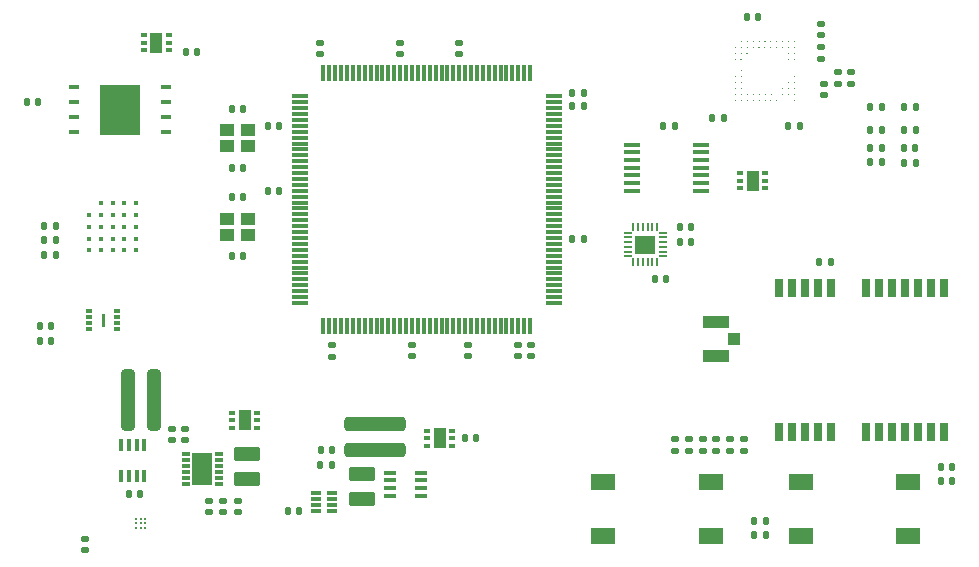
<source format=gtp>
G04 #@! TF.GenerationSoftware,KiCad,Pcbnew,(6.0.1)*
G04 #@! TF.CreationDate,2023-03-29T19:48:02-04:00*
G04 #@! TF.ProjectId,OBCProto,4f424350-726f-4746-9f2e-6b696361645f,rev?*
G04 #@! TF.SameCoordinates,Original*
G04 #@! TF.FileFunction,Paste,Top*
G04 #@! TF.FilePolarity,Positive*
%FSLAX46Y46*%
G04 Gerber Fmt 4.6, Leading zero omitted, Abs format (unit mm)*
G04 Created by KiCad (PCBNEW (6.0.1)) date 2023-03-29 19:48:02*
%MOMM*%
%LPD*%
G01*
G04 APERTURE LIST*
G04 Aperture macros list*
%AMRoundRect*
0 Rectangle with rounded corners*
0 $1 Rounding radius*
0 $2 $3 $4 $5 $6 $7 $8 $9 X,Y pos of 4 corners*
0 Add a 4 corners polygon primitive as box body*
4,1,4,$2,$3,$4,$5,$6,$7,$8,$9,$2,$3,0*
0 Add four circle primitives for the rounded corners*
1,1,$1+$1,$2,$3*
1,1,$1+$1,$4,$5*
1,1,$1+$1,$6,$7*
1,1,$1+$1,$8,$9*
0 Add four rect primitives between the rounded corners*
20,1,$1+$1,$2,$3,$4,$5,0*
20,1,$1+$1,$4,$5,$6,$7,0*
20,1,$1+$1,$6,$7,$8,$9,0*
20,1,$1+$1,$8,$9,$2,$3,0*%
G04 Aperture macros list end*
%ADD10C,0.100000*%
%ADD11C,0.010000*%
%ADD12R,0.450000X1.050000*%
%ADD13RoundRect,0.140000X-0.140000X-0.170000X0.140000X-0.170000X0.140000X0.170000X-0.140000X0.170000X0*%
%ADD14RoundRect,0.140000X0.140000X0.170000X-0.140000X0.170000X-0.140000X-0.170000X0.140000X-0.170000X0*%
%ADD15RoundRect,0.135000X-0.135000X-0.185000X0.135000X-0.185000X0.135000X0.185000X-0.135000X0.185000X0*%
%ADD16R,1.050000X1.000000*%
%ADD17R,2.200000X1.050000*%
%ADD18RoundRect,0.140000X-0.170000X0.140000X-0.170000X-0.140000X0.170000X-0.140000X0.170000X0.140000X0*%
%ADD19RoundRect,0.135000X-0.185000X0.135000X-0.185000X-0.135000X0.185000X-0.135000X0.185000X0.135000X0*%
%ADD20R,2.100000X1.400000*%
%ADD21R,0.600000X0.350000*%
%ADD22R,1.100000X1.700000*%
%ADD23RoundRect,0.140000X0.170000X-0.140000X0.170000X0.140000X-0.170000X0.140000X-0.170000X-0.140000X0*%
%ADD24C,0.216000*%
%ADD25R,1.475000X0.300000*%
%ADD26R,0.300000X1.475000*%
%ADD27RoundRect,0.014000X0.216000X0.161000X-0.216000X0.161000X-0.216000X-0.161000X0.216000X-0.161000X0*%
%ADD28R,0.800000X1.600000*%
%ADD29R,0.950000X0.450000*%
%ADD30R,3.450000X4.350000*%
%ADD31R,1.150000X1.000000*%
%ADD32RoundRect,0.250000X-0.850000X0.375000X-0.850000X-0.375000X0.850000X-0.375000X0.850000X0.375000X0*%
%ADD33R,0.650000X0.300000*%
%ADD34R,1.750000X2.750000*%
%ADD35RoundRect,0.250000X0.325000X2.350000X-0.325000X2.350000X-0.325000X-2.350000X0.325000X-2.350000X0*%
%ADD36RoundRect,0.008100X-0.421900X-0.126900X0.421900X-0.126900X0.421900X0.126900X-0.421900X0.126900X0*%
%ADD37RoundRect,0.250000X2.350000X-0.325000X2.350000X0.325000X-2.350000X0.325000X-2.350000X-0.325000X0*%
%ADD38RoundRect,0.250000X0.850000X-0.375000X0.850000X0.375000X-0.850000X0.375000X-0.850000X-0.375000X0*%
%ADD39R,0.200000X0.750000*%
%ADD40R,0.750000X0.200000*%
%ADD41R,1.750000X1.590000*%
%ADD42C,0.370000*%
%ADD43R,1.475000X0.450000*%
%ADD44R,1.050000X0.450000*%
G04 APERTURE END LIST*
D10*
X164650000Y-84800000D02*
G75*
G03*
X164650000Y-84800000I-50000J0D01*
G01*
X163650000Y-84300000D02*
G75*
G03*
X163650000Y-84300000I-50000J0D01*
G01*
X167150000Y-83800000D02*
G75*
G03*
X167150000Y-83800000I-50000J0D01*
G01*
X165650000Y-79800000D02*
G75*
G03*
X165650000Y-79800000I-50000J0D01*
G01*
X166150000Y-83800000D02*
G75*
G03*
X166150000Y-83800000I-50000J0D01*
G01*
X167650000Y-80300000D02*
G75*
G03*
X167650000Y-80300000I-50000J0D01*
G01*
X164150000Y-84300000D02*
G75*
G03*
X164150000Y-84300000I-50000J0D01*
G01*
X167650000Y-83300000D02*
G75*
G03*
X167650000Y-83300000I-50000J0D01*
G01*
X166150000Y-84800000D02*
G75*
G03*
X166150000Y-84800000I-50000J0D01*
G01*
X166150000Y-80300000D02*
G75*
G03*
X166150000Y-80300000I-50000J0D01*
G01*
X164150000Y-79800000D02*
G75*
G03*
X164150000Y-79800000I-50000J0D01*
G01*
X166650000Y-83800000D02*
G75*
G03*
X166650000Y-83800000I-50000J0D01*
G01*
X164150000Y-84800000D02*
G75*
G03*
X164150000Y-84800000I-50000J0D01*
G01*
X164150000Y-80300000D02*
G75*
G03*
X164150000Y-80300000I-50000J0D01*
G01*
X163650000Y-80300000D02*
G75*
G03*
X163650000Y-80300000I-50000J0D01*
G01*
X163150000Y-82800000D02*
G75*
G03*
X163150000Y-82800000I-50000J0D01*
G01*
X167150000Y-81300000D02*
G75*
G03*
X167150000Y-81300000I-50000J0D01*
G01*
X163150000Y-79800000D02*
G75*
G03*
X163150000Y-79800000I-50000J0D01*
G01*
X166650000Y-79800000D02*
G75*
G03*
X166650000Y-79800000I-50000J0D01*
G01*
X163150000Y-81800000D02*
G75*
G03*
X163150000Y-81800000I-50000J0D01*
G01*
X167150000Y-83300000D02*
G75*
G03*
X167150000Y-83300000I-50000J0D01*
G01*
X167650000Y-81300000D02*
G75*
G03*
X167650000Y-81300000I-50000J0D01*
G01*
X167650000Y-79800000D02*
G75*
G03*
X167650000Y-79800000I-50000J0D01*
G01*
X162650000Y-84800000D02*
G75*
G03*
X162650000Y-84800000I-50000J0D01*
G01*
X164650000Y-80300000D02*
G75*
G03*
X164650000Y-80300000I-50000J0D01*
G01*
X164650000Y-79800000D02*
G75*
G03*
X164650000Y-79800000I-50000J0D01*
G01*
X162650000Y-80300000D02*
G75*
G03*
X162650000Y-80300000I-50000J0D01*
G01*
X165650000Y-80300000D02*
G75*
G03*
X165650000Y-80300000I-50000J0D01*
G01*
X163150000Y-83300000D02*
G75*
G03*
X163150000Y-83300000I-50000J0D01*
G01*
X162650000Y-83300000D02*
G75*
G03*
X162650000Y-83300000I-50000J0D01*
G01*
X166650000Y-80300000D02*
G75*
G03*
X166650000Y-80300000I-50000J0D01*
G01*
X163150000Y-80800000D02*
G75*
G03*
X163150000Y-80800000I-50000J0D01*
G01*
X165650000Y-84800000D02*
G75*
G03*
X165650000Y-84800000I-50000J0D01*
G01*
X167150000Y-81800000D02*
G75*
G03*
X167150000Y-81800000I-50000J0D01*
G01*
X165150000Y-79800000D02*
G75*
G03*
X165150000Y-79800000I-50000J0D01*
G01*
X167650000Y-80800000D02*
G75*
G03*
X167650000Y-80800000I-50000J0D01*
G01*
X163150000Y-81300000D02*
G75*
G03*
X163150000Y-81300000I-50000J0D01*
G01*
X162650000Y-82300000D02*
G75*
G03*
X162650000Y-82300000I-50000J0D01*
G01*
X167650000Y-81800000D02*
G75*
G03*
X167650000Y-81800000I-50000J0D01*
G01*
X163150000Y-84300000D02*
G75*
G03*
X163150000Y-84300000I-50000J0D01*
G01*
X167650000Y-84800000D02*
G75*
G03*
X167650000Y-84800000I-50000J0D01*
G01*
X162650000Y-81300000D02*
G75*
G03*
X162650000Y-81300000I-50000J0D01*
G01*
X167650000Y-83800000D02*
G75*
G03*
X167650000Y-83800000I-50000J0D01*
G01*
X164650000Y-84300000D02*
G75*
G03*
X164650000Y-84300000I-50000J0D01*
G01*
X162650000Y-82800000D02*
G75*
G03*
X162650000Y-82800000I-50000J0D01*
G01*
X163150000Y-83800000D02*
G75*
G03*
X163150000Y-83800000I-50000J0D01*
G01*
X167150000Y-84300000D02*
G75*
G03*
X167150000Y-84300000I-50000J0D01*
G01*
X165150000Y-80300000D02*
G75*
G03*
X165150000Y-80300000I-50000J0D01*
G01*
X167150000Y-79800000D02*
G75*
G03*
X167150000Y-79800000I-50000J0D01*
G01*
X163150000Y-84800000D02*
G75*
G03*
X163150000Y-84800000I-50000J0D01*
G01*
X163150000Y-82300000D02*
G75*
G03*
X163150000Y-82300000I-50000J0D01*
G01*
X166650000Y-84300000D02*
G75*
G03*
X166650000Y-84300000I-50000J0D01*
G01*
X162650000Y-83800000D02*
G75*
G03*
X162650000Y-83800000I-50000J0D01*
G01*
X167650000Y-82800000D02*
G75*
G03*
X167650000Y-82800000I-50000J0D01*
G01*
X167150000Y-82300000D02*
G75*
G03*
X167150000Y-82300000I-50000J0D01*
G01*
X163150000Y-80300000D02*
G75*
G03*
X163150000Y-80300000I-50000J0D01*
G01*
X165150000Y-84300000D02*
G75*
G03*
X165150000Y-84300000I-50000J0D01*
G01*
X162650000Y-84300000D02*
G75*
G03*
X162650000Y-84300000I-50000J0D01*
G01*
X163650000Y-84800000D02*
G75*
G03*
X163650000Y-84800000I-50000J0D01*
G01*
X162650000Y-81800000D02*
G75*
G03*
X162650000Y-81800000I-50000J0D01*
G01*
X163650000Y-80800000D02*
G75*
G03*
X163650000Y-80800000I-50000J0D01*
G01*
X165650000Y-84300000D02*
G75*
G03*
X165650000Y-84300000I-50000J0D01*
G01*
X166150000Y-79800000D02*
G75*
G03*
X166150000Y-79800000I-50000J0D01*
G01*
X167150000Y-80800000D02*
G75*
G03*
X167150000Y-80800000I-50000J0D01*
G01*
X162650000Y-80800000D02*
G75*
G03*
X162650000Y-80800000I-50000J0D01*
G01*
X167150000Y-82800000D02*
G75*
G03*
X167150000Y-82800000I-50000J0D01*
G01*
X163650000Y-79800000D02*
G75*
G03*
X163650000Y-79800000I-50000J0D01*
G01*
X167650000Y-82300000D02*
G75*
G03*
X167650000Y-82300000I-50000J0D01*
G01*
X167150000Y-80300000D02*
G75*
G03*
X167150000Y-80300000I-50000J0D01*
G01*
X167650000Y-84300000D02*
G75*
G03*
X167650000Y-84300000I-50000J0D01*
G01*
X165150000Y-84800000D02*
G75*
G03*
X165150000Y-84800000I-50000J0D01*
G01*
D11*
X109160000Y-103910000D02*
X109040000Y-103910000D01*
X109040000Y-103910000D02*
X109040000Y-102890000D01*
X109040000Y-102890000D02*
X109160000Y-102890000D01*
X109160000Y-102890000D02*
X109160000Y-103910000D01*
G36*
X109160000Y-103910000D02*
G01*
X109040000Y-103910000D01*
X109040000Y-102890000D01*
X109160000Y-102890000D01*
X109160000Y-103910000D01*
G37*
X109160000Y-103910000D02*
X109040000Y-103910000D01*
X109040000Y-102890000D01*
X109160000Y-102890000D01*
X109160000Y-103910000D01*
D12*
X112575000Y-113975000D03*
X111925000Y-113975000D03*
X111275000Y-113975000D03*
X110625000Y-113975000D03*
X110625000Y-116625000D03*
X111275000Y-116625000D03*
X111925000Y-116625000D03*
X112575000Y-116625000D03*
D13*
X148820000Y-84200000D03*
X149780000Y-84200000D03*
D14*
X120980000Y-93000000D03*
X120020000Y-93000000D03*
D15*
X173990000Y-90000000D03*
X175010000Y-90000000D03*
D13*
X155820000Y-99900000D03*
X156780000Y-99900000D03*
D16*
X162525000Y-105000000D03*
D17*
X161000000Y-106475000D03*
X161000000Y-103525000D03*
D18*
X120480000Y-118720000D03*
X120480000Y-119680000D03*
D19*
X162200000Y-113490000D03*
X162200000Y-114510000D03*
D20*
X168150000Y-117150000D03*
X177250000Y-117150000D03*
X168150000Y-121650000D03*
X177250000Y-121650000D03*
D13*
X176920000Y-87300000D03*
X177880000Y-87300000D03*
D14*
X165180000Y-120400000D03*
X164220000Y-120400000D03*
D21*
X163050000Y-90950000D03*
X163050000Y-91600000D03*
X163050000Y-92250000D03*
X165150000Y-92250000D03*
X165150000Y-91600000D03*
X165150000Y-90950000D03*
D22*
X164100000Y-91600000D03*
D23*
X170100000Y-84380000D03*
X170100000Y-83420000D03*
D18*
X116000000Y-112620000D03*
X116000000Y-113580000D03*
D24*
X112680000Y-121000000D03*
X112280000Y-121000000D03*
X111880000Y-121000000D03*
X112680000Y-120600000D03*
X112280000Y-120600000D03*
X111880000Y-120600000D03*
X112680000Y-120200000D03*
X112280000Y-120200000D03*
X111880000Y-120200000D03*
D25*
X125762000Y-84450000D03*
X125762000Y-84950000D03*
X125762000Y-85450000D03*
X125762000Y-85950000D03*
X125762000Y-86450000D03*
X125762000Y-86950000D03*
X125762000Y-87450000D03*
X125762000Y-87950000D03*
X125762000Y-88450000D03*
X125762000Y-88950000D03*
X125762000Y-89450000D03*
X125762000Y-89950000D03*
X125762000Y-90450000D03*
X125762000Y-90950000D03*
X125762000Y-91450000D03*
X125762000Y-91950000D03*
X125762000Y-92450000D03*
X125762000Y-92950000D03*
X125762000Y-93450000D03*
X125762000Y-93950000D03*
X125762000Y-94450000D03*
X125762000Y-94950000D03*
X125762000Y-95450000D03*
X125762000Y-95950000D03*
X125762000Y-96450000D03*
X125762000Y-96950000D03*
X125762000Y-97450000D03*
X125762000Y-97950000D03*
X125762000Y-98450000D03*
X125762000Y-98950000D03*
X125762000Y-99450000D03*
X125762000Y-99950000D03*
X125762000Y-100450000D03*
X125762000Y-100950000D03*
X125762000Y-101450000D03*
X125762000Y-101950000D03*
D26*
X127750000Y-103938000D03*
X128250000Y-103938000D03*
X128750000Y-103938000D03*
X129250000Y-103938000D03*
X129750000Y-103938000D03*
X130250000Y-103938000D03*
X130750000Y-103938000D03*
X131250000Y-103938000D03*
X131750000Y-103938000D03*
X132250000Y-103938000D03*
X132750000Y-103938000D03*
X133250000Y-103938000D03*
X133750000Y-103938000D03*
X134250000Y-103938000D03*
X134750000Y-103938000D03*
X135250000Y-103938000D03*
X135750000Y-103938000D03*
X136250000Y-103938000D03*
X136750000Y-103938000D03*
X137250000Y-103938000D03*
X137750000Y-103938000D03*
X138250000Y-103938000D03*
X138750000Y-103938000D03*
X139250000Y-103938000D03*
X139750000Y-103938000D03*
X140250000Y-103938000D03*
X140750000Y-103938000D03*
X141250000Y-103938000D03*
X141750000Y-103938000D03*
X142250000Y-103938000D03*
X142750000Y-103938000D03*
X143250000Y-103938000D03*
X143750000Y-103938000D03*
X144250000Y-103938000D03*
X144750000Y-103938000D03*
X145250000Y-103938000D03*
D25*
X147238000Y-101950000D03*
X147238000Y-101450000D03*
X147238000Y-100950000D03*
X147238000Y-100450000D03*
X147238000Y-99950000D03*
X147238000Y-99450000D03*
X147238000Y-98950000D03*
X147238000Y-98450000D03*
X147238000Y-97950000D03*
X147238000Y-97450000D03*
X147238000Y-96950000D03*
X147238000Y-96450000D03*
X147238000Y-95950000D03*
X147238000Y-95450000D03*
X147238000Y-94950000D03*
X147238000Y-94450000D03*
X147238000Y-93950000D03*
X147238000Y-93450000D03*
X147238000Y-92950000D03*
X147238000Y-92450000D03*
X147238000Y-91950000D03*
X147238000Y-91450000D03*
X147238000Y-90950000D03*
X147238000Y-90450000D03*
X147238000Y-89950000D03*
X147238000Y-89450000D03*
X147238000Y-88950000D03*
X147238000Y-88450000D03*
X147238000Y-87950000D03*
X147238000Y-87450000D03*
X147238000Y-86950000D03*
X147238000Y-86450000D03*
X147238000Y-85950000D03*
X147238000Y-85450000D03*
X147238000Y-84950000D03*
X147238000Y-84450000D03*
D26*
X145250000Y-82462000D03*
X144750000Y-82462000D03*
X144250000Y-82462000D03*
X143750000Y-82462000D03*
X143250000Y-82462000D03*
X142750000Y-82462000D03*
X142250000Y-82462000D03*
X141750000Y-82462000D03*
X141250000Y-82462000D03*
X140750000Y-82462000D03*
X140250000Y-82462000D03*
X139750000Y-82462000D03*
X139250000Y-82462000D03*
X138750000Y-82462000D03*
X138250000Y-82462000D03*
X137750000Y-82462000D03*
X137250000Y-82462000D03*
X136750000Y-82462000D03*
X136250000Y-82462000D03*
X135750000Y-82462000D03*
X135250000Y-82462000D03*
X134750000Y-82462000D03*
X134250000Y-82462000D03*
X133750000Y-82462000D03*
X133250000Y-82462000D03*
X132750000Y-82462000D03*
X132250000Y-82462000D03*
X131750000Y-82462000D03*
X131250000Y-82462000D03*
X130750000Y-82462000D03*
X130250000Y-82462000D03*
X129750000Y-82462000D03*
X129250000Y-82462000D03*
X128750000Y-82462000D03*
X128250000Y-82462000D03*
X127750000Y-82462000D03*
D15*
X176910000Y-85320000D03*
X177930000Y-85320000D03*
D13*
X176910000Y-88790000D03*
X177870000Y-88790000D03*
X111300000Y-118100000D03*
X112260000Y-118100000D03*
D18*
X140000000Y-105520000D03*
X140000000Y-106480000D03*
D27*
X110285000Y-104150000D03*
X110285000Y-103650000D03*
X110285000Y-103150000D03*
X110285000Y-102650000D03*
X107915000Y-102650000D03*
X107915000Y-103150000D03*
X107915000Y-103650000D03*
X107915000Y-104150000D03*
D18*
X144200000Y-105520000D03*
X144200000Y-106480000D03*
D23*
X139200000Y-80880000D03*
X139200000Y-79920000D03*
D15*
X174000000Y-85320000D03*
X175020000Y-85320000D03*
D20*
X160550000Y-121650000D03*
X151450000Y-121650000D03*
X160550000Y-117150000D03*
X151450000Y-117150000D03*
D18*
X114900000Y-112620000D03*
X114900000Y-113580000D03*
D28*
X180300000Y-100700000D03*
X179200000Y-100700000D03*
X178100000Y-100700000D03*
X177000000Y-100700000D03*
X175900000Y-100700000D03*
X174800000Y-100700000D03*
X173700000Y-100700000D03*
X170700000Y-100700000D03*
X169600000Y-100700000D03*
X168500000Y-100700000D03*
X167400000Y-100700000D03*
X166300000Y-100700000D03*
X166300000Y-112900000D03*
X167400000Y-112900000D03*
X168500000Y-112900000D03*
X169600000Y-112900000D03*
X170700000Y-112900000D03*
X173700000Y-112900000D03*
X174800000Y-112900000D03*
X175900000Y-112900000D03*
X177000000Y-112900000D03*
X178100000Y-112900000D03*
X179200000Y-112900000D03*
X180300000Y-112900000D03*
D14*
X158880000Y-95500000D03*
X157920000Y-95500000D03*
D18*
X145300000Y-105520000D03*
X145300000Y-106480000D03*
D13*
X164220000Y-121600000D03*
X165180000Y-121600000D03*
D19*
X163400000Y-113490000D03*
X163400000Y-114510000D03*
D29*
X114400000Y-87505000D03*
X114400000Y-86235000D03*
X114400000Y-84965000D03*
X114400000Y-83695000D03*
X106600000Y-83695000D03*
X106600000Y-84965000D03*
X106600000Y-86235000D03*
X106600000Y-87505000D03*
D30*
X110500000Y-85600000D03*
D23*
X134200000Y-80880000D03*
X134200000Y-79920000D03*
D31*
X119625000Y-96200000D03*
X121375000Y-96200000D03*
X121375000Y-94800000D03*
X119625000Y-94800000D03*
D32*
X121280000Y-114725000D03*
X121280000Y-116875000D03*
D18*
X135250000Y-105520000D03*
X135250000Y-106480000D03*
D13*
X116120000Y-80700000D03*
X117080000Y-80700000D03*
X180020000Y-115800000D03*
X180980000Y-115800000D03*
D33*
X116080000Y-114750000D03*
X116080000Y-115250000D03*
X116080000Y-115750000D03*
X116080000Y-116250000D03*
X116080000Y-116750000D03*
X116080000Y-117250000D03*
X118880000Y-117250000D03*
X118880000Y-116750000D03*
X118880000Y-116250000D03*
X118880000Y-115750000D03*
X118880000Y-115250000D03*
X118880000Y-114750000D03*
D34*
X117480000Y-116000000D03*
D35*
X113425000Y-110200000D03*
X111175000Y-110200000D03*
D14*
X103580000Y-84900000D03*
X102620000Y-84900000D03*
X125680000Y-119600000D03*
X124720000Y-119600000D03*
D15*
X176890000Y-90100000D03*
X177910000Y-90100000D03*
D36*
X127115000Y-118050000D03*
X127115000Y-118550000D03*
X127115000Y-119050000D03*
X127115000Y-119550000D03*
X128485000Y-119550000D03*
X128485000Y-119050000D03*
X128485000Y-118550000D03*
X128485000Y-118050000D03*
D23*
X107600000Y-122880000D03*
X107600000Y-121920000D03*
D37*
X132100000Y-114425000D03*
X132100000Y-112175000D03*
D14*
X128480000Y-114400000D03*
X127520000Y-114400000D03*
D18*
X169900000Y-80320000D03*
X169900000Y-81280000D03*
D13*
X180020000Y-117000000D03*
X180980000Y-117000000D03*
D14*
X104680000Y-105200000D03*
X103720000Y-105200000D03*
X123980000Y-92500000D03*
X123020000Y-92500000D03*
X104680000Y-103900000D03*
X103720000Y-103900000D03*
X105080000Y-96650000D03*
X104120000Y-96650000D03*
D38*
X131000000Y-118575000D03*
X131000000Y-116425000D03*
D21*
X136550000Y-112750000D03*
X136550000Y-113400000D03*
X136550000Y-114050000D03*
X138650000Y-114050000D03*
X138650000Y-113400000D03*
X138650000Y-112750000D03*
D22*
X137600000Y-113400000D03*
D14*
X164580000Y-77700000D03*
X163620000Y-77700000D03*
D21*
X112550000Y-79250000D03*
X112550000Y-79900000D03*
X112550000Y-80550000D03*
X114650000Y-80550000D03*
X114650000Y-79900000D03*
X114650000Y-79250000D03*
D22*
X113600000Y-79900000D03*
D13*
X148820000Y-96500000D03*
X149780000Y-96500000D03*
D15*
X173990000Y-88800000D03*
X175010000Y-88800000D03*
D14*
X105080000Y-97900000D03*
X104120000Y-97900000D03*
X168080000Y-87000000D03*
X167120000Y-87000000D03*
D15*
X169690000Y-98500000D03*
X170710000Y-98500000D03*
D13*
X139720000Y-113400000D03*
X140680000Y-113400000D03*
D14*
X128460000Y-115700000D03*
X127500000Y-115700000D03*
D23*
X169900000Y-79280000D03*
X169900000Y-78320000D03*
D21*
X120030000Y-111250000D03*
X120030000Y-111900000D03*
X120030000Y-112550000D03*
X122130000Y-112550000D03*
X122130000Y-111900000D03*
X122130000Y-111250000D03*
D22*
X121080000Y-111900000D03*
D19*
X157500000Y-113490000D03*
X157500000Y-114510000D03*
D14*
X105080000Y-95400000D03*
X104120000Y-95400000D03*
D13*
X120020000Y-98000000D03*
X120980000Y-98000000D03*
D19*
X161000000Y-113490000D03*
X161000000Y-114510000D03*
D23*
X127500000Y-80880000D03*
X127500000Y-79920000D03*
D14*
X123980000Y-87000000D03*
X123020000Y-87000000D03*
D19*
X158675000Y-113500000D03*
X158675000Y-114520000D03*
D13*
X156520000Y-87000000D03*
X157480000Y-87000000D03*
D23*
X171300000Y-83380000D03*
X171300000Y-82420000D03*
D14*
X120980000Y-85500000D03*
X120020000Y-85500000D03*
D13*
X148820000Y-85300000D03*
X149780000Y-85300000D03*
D23*
X172400000Y-83380000D03*
X172400000Y-82420000D03*
D39*
X154000000Y-98500000D03*
X154400000Y-98500000D03*
X154800000Y-98500000D03*
X155200000Y-98500000D03*
X155600000Y-98500000D03*
X156000000Y-98500000D03*
D40*
X156500000Y-98000000D03*
X156500000Y-97600000D03*
X156500000Y-97200000D03*
X156500000Y-96800000D03*
X156500000Y-96400000D03*
X156500000Y-96000000D03*
D39*
X156000000Y-95500000D03*
X155600000Y-95500000D03*
X155200000Y-95500000D03*
X154800000Y-95500000D03*
X154400000Y-95500000D03*
X154000000Y-95500000D03*
D40*
X153500000Y-96000000D03*
X153500000Y-96400000D03*
X153500000Y-96800000D03*
X153500000Y-97200000D03*
X153500000Y-97600000D03*
X153500000Y-98000000D03*
D41*
X155000000Y-97000000D03*
D19*
X159850000Y-113490000D03*
X159850000Y-114510000D03*
D42*
X108900000Y-93500000D03*
X109900000Y-93500000D03*
X110900000Y-93500000D03*
X111900000Y-93500000D03*
X107900000Y-94500000D03*
X108900000Y-94500000D03*
X109900000Y-94500000D03*
X110900000Y-94500000D03*
X111900000Y-94500000D03*
X107900000Y-95500000D03*
X108900000Y-95500000D03*
X109900000Y-95500000D03*
X110900000Y-95500000D03*
X111900000Y-95500000D03*
X107900000Y-96500000D03*
X108900000Y-96500000D03*
X109900000Y-96500000D03*
X110900000Y-96500000D03*
X111900000Y-96500000D03*
X107900000Y-97500000D03*
X108900000Y-97500000D03*
X109900000Y-97500000D03*
X110900000Y-97500000D03*
X111900000Y-97500000D03*
D13*
X120020000Y-90500000D03*
X120980000Y-90500000D03*
D43*
X153862000Y-88550000D03*
X153862000Y-89200000D03*
X153862000Y-89850000D03*
X153862000Y-90500000D03*
X153862000Y-91150000D03*
X153862000Y-91800000D03*
X153862000Y-92450000D03*
X159738000Y-92450000D03*
X159738000Y-91800000D03*
X159738000Y-91150000D03*
X159738000Y-90500000D03*
X159738000Y-89850000D03*
X159738000Y-89200000D03*
X159738000Y-88550000D03*
D15*
X174000000Y-87310000D03*
X175020000Y-87310000D03*
D13*
X157920000Y-96800000D03*
X158880000Y-96800000D03*
D44*
X133375000Y-116325000D03*
X133375000Y-116975000D03*
X133375000Y-117625000D03*
X133375000Y-118275000D03*
X136025000Y-118275000D03*
X136025000Y-117625000D03*
X136025000Y-116975000D03*
X136025000Y-116325000D03*
D18*
X118080000Y-118720000D03*
X118080000Y-119680000D03*
D13*
X160670000Y-86300000D03*
X161630000Y-86300000D03*
D31*
X119625000Y-88700000D03*
X121375000Y-88700000D03*
X121375000Y-87300000D03*
X119625000Y-87300000D03*
D18*
X119280000Y-118720000D03*
X119280000Y-119680000D03*
X128500000Y-105540000D03*
X128500000Y-106500000D03*
M02*

</source>
